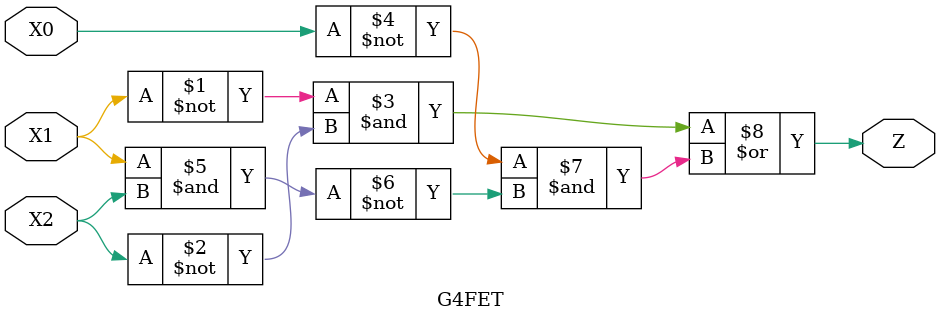
<source format=sv>

module G4FET (
    input X2,
    input X1,
    input X0,
    output Z);
    
    assign Z = ~X1&~X2 | ~X0 & ~(X1&X2);
    
endmodule
</source>
